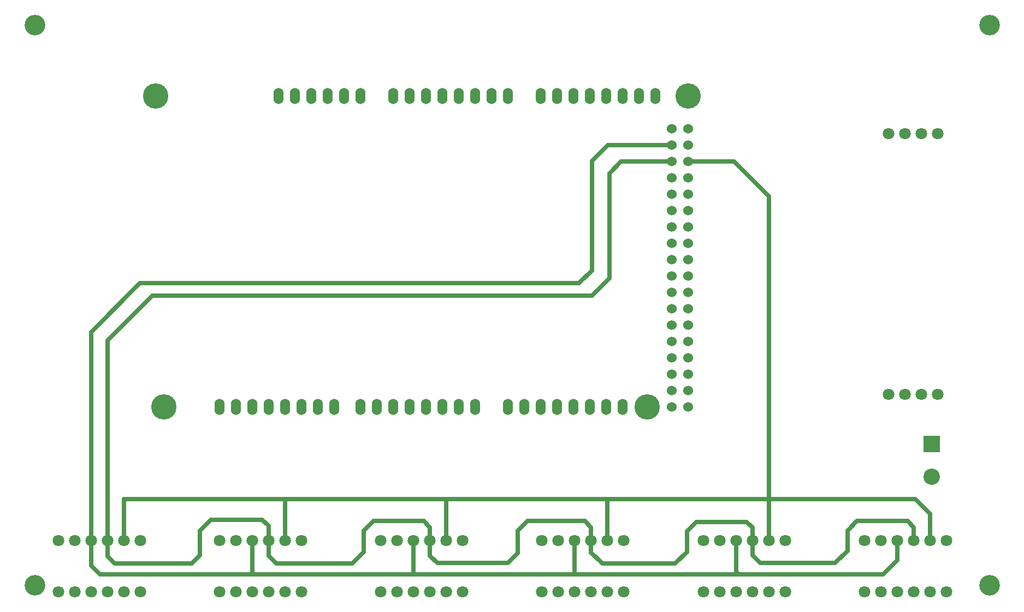
<source format=gbr>
G04 #@! TF.FileFunction,Copper,L2,Bot,Signal*
%FSLAX46Y46*%
G04 Gerber Fmt 4.6, Leading zero omitted, Abs format (unit mm)*
G04 Created by KiCad (PCBNEW 4.0.1-3.201512221402+6198~38~ubuntu14.04.1-stable) date mar 09 feb 2016 12:07:44 CST*
%MOMM*%
G01*
G04 APERTURE LIST*
%ADD10C,0.100000*%
%ADD11C,3.200000*%
%ADD12O,1.524000X2.540000*%
%ADD13C,3.937000*%
%ADD14C,1.524000*%
%ADD15C,1.800000*%
%ADD16R,2.540000X2.540000*%
%ADD17C,2.540000*%
%ADD18C,0.700000*%
G04 APERTURE END LIST*
D10*
D11*
X226400000Y-140800000D03*
X226400000Y-53800000D03*
X78400000Y-53800000D03*
D12*
X151740000Y-113100000D03*
X154280000Y-113100000D03*
X156820000Y-113100000D03*
X159360000Y-113100000D03*
X161900000Y-113100000D03*
X164440000Y-113100000D03*
X166980000Y-113100000D03*
X169520000Y-113100000D03*
X174600000Y-64840000D03*
X172060000Y-64840000D03*
X169520000Y-64840000D03*
X166980000Y-64840000D03*
X156820000Y-64840000D03*
X151740000Y-64840000D03*
X149200000Y-64840000D03*
X159360000Y-64840000D03*
X161900000Y-64840000D03*
X164440000Y-64840000D03*
X146660000Y-64840000D03*
X144120000Y-64840000D03*
X141580000Y-64840000D03*
X133960000Y-64840000D03*
X136500000Y-64840000D03*
X139040000Y-64840000D03*
X128880000Y-64840000D03*
X126340000Y-64840000D03*
X123800000Y-64840000D03*
X118720000Y-64840000D03*
X116180000Y-64840000D03*
X146660000Y-113100000D03*
X144120000Y-113100000D03*
X141580000Y-113100000D03*
X139040000Y-113100000D03*
X136500000Y-113100000D03*
X133960000Y-113100000D03*
X131420000Y-113100000D03*
X128880000Y-113100000D03*
X124816000Y-113100000D03*
X122276000Y-113100000D03*
X119736000Y-113100000D03*
X117196000Y-113100000D03*
X114656000Y-113100000D03*
X112116000Y-113100000D03*
X109576000Y-113100000D03*
X107036000Y-113100000D03*
X121260000Y-64840000D03*
D13*
X179680000Y-64840000D03*
X173330000Y-113100000D03*
X98400000Y-113100000D03*
X97130000Y-64840000D03*
D14*
X177140000Y-110560000D03*
X179680000Y-110560000D03*
X177140000Y-108020000D03*
X179680000Y-108020000D03*
X177140000Y-105480000D03*
X179680000Y-105480000D03*
X177140000Y-102940000D03*
X179680000Y-102940000D03*
X177140000Y-113100000D03*
X179680000Y-113100000D03*
X179680000Y-100400000D03*
X177140000Y-100400000D03*
X177140000Y-97860000D03*
X179680000Y-97860000D03*
X177140000Y-95320000D03*
X179680000Y-95320000D03*
X177140000Y-92780000D03*
X179680000Y-92780000D03*
X177140000Y-90240000D03*
X179680000Y-90240000D03*
X177140000Y-87700000D03*
X179680000Y-87700000D03*
X177140000Y-85160000D03*
X179680000Y-85160000D03*
X177140000Y-82620000D03*
X179680000Y-82620000D03*
X177140000Y-80080000D03*
X179680000Y-80080000D03*
X177140000Y-77540000D03*
X179680000Y-77540000D03*
X177140000Y-75000000D03*
X179680000Y-75000000D03*
X177140000Y-72460000D03*
X179680000Y-72460000D03*
X177140000Y-69920000D03*
X179680000Y-69920000D03*
D15*
X210790000Y-111150000D03*
X213330000Y-111150000D03*
X215870000Y-111150000D03*
X218410000Y-111150000D03*
X210790000Y-70650000D03*
X213330000Y-70650000D03*
X215870000Y-70650000D03*
X218410000Y-70650000D03*
X219750000Y-133850000D03*
X217210000Y-133850000D03*
X214670000Y-133850000D03*
X212130000Y-133850000D03*
X209590000Y-133850000D03*
X207050000Y-133850000D03*
X219750000Y-141750000D03*
X217210000Y-141750000D03*
X214670000Y-141750000D03*
X212130000Y-141750000D03*
X209590000Y-141750000D03*
X207050000Y-141750000D03*
X194750000Y-133850000D03*
X192210000Y-133850000D03*
X189670000Y-133850000D03*
X187130000Y-133850000D03*
X184590000Y-133850000D03*
X182050000Y-133850000D03*
X194750000Y-141750000D03*
X192210000Y-141750000D03*
X189670000Y-141750000D03*
X187130000Y-141750000D03*
X184590000Y-141750000D03*
X182050000Y-141750000D03*
X169750000Y-133850000D03*
X167210000Y-133850000D03*
X164670000Y-133850000D03*
X162130000Y-133850000D03*
X159590000Y-133850000D03*
X157050000Y-133850000D03*
X169750000Y-141750000D03*
X167210000Y-141750000D03*
X164670000Y-141750000D03*
X162130000Y-141750000D03*
X159590000Y-141750000D03*
X157050000Y-141750000D03*
X144750000Y-133850000D03*
X142210000Y-133850000D03*
X139670000Y-133850000D03*
X137130000Y-133850000D03*
X134590000Y-133850000D03*
X132050000Y-133850000D03*
X144750000Y-141750000D03*
X142210000Y-141750000D03*
X139670000Y-141750000D03*
X137130000Y-141750000D03*
X134590000Y-141750000D03*
X132050000Y-141750000D03*
X119750000Y-133850000D03*
X117210000Y-133850000D03*
X114670000Y-133850000D03*
X112130000Y-133850000D03*
X109590000Y-133850000D03*
X107050000Y-133850000D03*
X119750000Y-141750000D03*
X117210000Y-141750000D03*
X114670000Y-141750000D03*
X112130000Y-141750000D03*
X109590000Y-141750000D03*
X107050000Y-141750000D03*
X94750000Y-133850000D03*
X92210000Y-133850000D03*
X89670000Y-133850000D03*
X87130000Y-133850000D03*
X84590000Y-133850000D03*
X82050000Y-133850000D03*
X94750000Y-141750000D03*
X92210000Y-141750000D03*
X89670000Y-141750000D03*
X87130000Y-141750000D03*
X84590000Y-141750000D03*
X82050000Y-141750000D03*
D16*
X217430000Y-118810000D03*
D17*
X217430000Y-123890000D03*
D11*
X78400000Y-140800000D03*
D18*
X89670000Y-133850000D02*
X89670000Y-102730000D01*
X89670000Y-102730000D02*
X96600000Y-95800000D01*
X96600000Y-95800000D02*
X164800000Y-95800000D01*
X164800000Y-95800000D02*
X167500000Y-93100000D01*
X169300000Y-75000000D02*
X177140000Y-75000000D01*
X167500000Y-93100000D02*
X167500000Y-76800000D01*
X167500000Y-76800000D02*
X169300000Y-75000000D01*
X213700000Y-130800000D02*
X214670000Y-131770000D01*
X214670000Y-131770000D02*
X214670000Y-133850000D01*
X205900000Y-130800000D02*
X213700000Y-130800000D01*
X204400000Y-132300000D02*
X205900000Y-130800000D01*
X204400000Y-135400000D02*
X204400000Y-132300000D01*
X202500000Y-137300000D02*
X204400000Y-135400000D01*
X190900000Y-137300000D02*
X202500000Y-137300000D01*
X189670000Y-136070000D02*
X190900000Y-137300000D01*
X189670000Y-133850000D02*
X189670000Y-136070000D01*
X188800000Y-130900000D02*
X189670000Y-131770000D01*
X189670000Y-131770000D02*
X189670000Y-133850000D01*
X181000000Y-130900000D02*
X188800000Y-130900000D01*
X179500000Y-132400000D02*
X181000000Y-130900000D01*
X179500000Y-135600000D02*
X179500000Y-132400000D01*
X177700000Y-137400000D02*
X179500000Y-135600000D01*
X166400000Y-137400000D02*
X177700000Y-137400000D01*
X164670000Y-135670000D02*
X166400000Y-137400000D01*
X164670000Y-133850000D02*
X164670000Y-135670000D01*
X163700000Y-130800000D02*
X164670000Y-131770000D01*
X164670000Y-131770000D02*
X164670000Y-133850000D01*
X154800000Y-130800000D02*
X163700000Y-130800000D01*
X153300000Y-132300000D02*
X154800000Y-130800000D01*
X153300000Y-135800000D02*
X153300000Y-132300000D01*
X151800000Y-137300000D02*
X153300000Y-135800000D01*
X140800000Y-137300000D02*
X151800000Y-137300000D01*
X139670000Y-136170000D02*
X140800000Y-137300000D01*
X139670000Y-133850000D02*
X139670000Y-136170000D01*
X138700000Y-130800000D02*
X139670000Y-131770000D01*
X139670000Y-131770000D02*
X139670000Y-133850000D01*
X130900000Y-130800000D02*
X138700000Y-130800000D01*
X129400000Y-132300000D02*
X130900000Y-130800000D01*
X129400000Y-135600000D02*
X129400000Y-132300000D01*
X127600000Y-137400000D02*
X129400000Y-135600000D01*
X115900000Y-137400000D02*
X127600000Y-137400000D01*
X114670000Y-136170000D02*
X115900000Y-137400000D01*
X114670000Y-133850000D02*
X114670000Y-136170000D01*
X113700000Y-130600000D02*
X114670000Y-131570000D01*
X114670000Y-131570000D02*
X114670000Y-133850000D01*
X105700000Y-130600000D02*
X113700000Y-130600000D01*
X104000000Y-132300000D02*
X105700000Y-130600000D01*
X104000000Y-136100000D02*
X104000000Y-132300000D01*
X102700000Y-137400000D02*
X104000000Y-136100000D01*
X90800000Y-137400000D02*
X102700000Y-137400000D01*
X89670000Y-136270000D02*
X90800000Y-137400000D01*
X89670000Y-133850000D02*
X89670000Y-136270000D01*
X192210000Y-84710000D02*
X192210000Y-85500000D01*
X192210000Y-85500000D02*
X192210000Y-127490000D01*
X186800000Y-75000000D02*
X192210000Y-80410000D01*
X192210000Y-80410000D02*
X192210000Y-85500000D01*
X179680000Y-75000000D02*
X186800000Y-75000000D01*
X92210000Y-127400000D02*
X117200000Y-127400000D01*
X117200000Y-127400000D02*
X142300000Y-127400000D01*
X117210000Y-133850000D02*
X117210000Y-127410000D01*
X117210000Y-127410000D02*
X117200000Y-127400000D01*
X142210000Y-127490000D02*
X142300000Y-127400000D01*
X142300000Y-127400000D02*
X167400000Y-127400000D01*
X142210000Y-133850000D02*
X142210000Y-127490000D01*
X167400000Y-127400000D02*
X192300000Y-127400000D01*
X167210000Y-133850000D02*
X167210000Y-127590000D01*
X167210000Y-127590000D02*
X167400000Y-127400000D01*
X192300000Y-127400000D02*
X214900000Y-127400000D01*
X192210000Y-133850000D02*
X192210000Y-127490000D01*
X192210000Y-127490000D02*
X192300000Y-127400000D01*
X214900000Y-127400000D02*
X217210000Y-129710000D01*
X217210000Y-129710000D02*
X217210000Y-133850000D01*
X92210000Y-133850000D02*
X92210000Y-127400000D01*
X87130000Y-133850000D02*
X87130000Y-101470000D01*
X164800000Y-74900000D02*
X167240000Y-72460000D01*
X87130000Y-101470000D02*
X94700000Y-93900000D01*
X162800000Y-93900000D02*
X164800000Y-91900000D01*
X94700000Y-93900000D02*
X162800000Y-93900000D01*
X164800000Y-91900000D02*
X164800000Y-74900000D01*
X167240000Y-72460000D02*
X177140000Y-72460000D01*
X88500000Y-139100000D02*
X112200000Y-139100000D01*
X112200000Y-139100000D02*
X137400000Y-139100000D01*
X112130000Y-133850000D02*
X112130000Y-139030000D01*
X112130000Y-139030000D02*
X112200000Y-139100000D01*
X137400000Y-139100000D02*
X162200000Y-139100000D01*
X137130000Y-133850000D02*
X137130000Y-138830000D01*
X137130000Y-138830000D02*
X137400000Y-139100000D01*
X162200000Y-139100000D02*
X187600000Y-139100000D01*
X162130000Y-133850000D02*
X162130000Y-139030000D01*
X162130000Y-139030000D02*
X162200000Y-139100000D01*
X187600000Y-139100000D02*
X209900000Y-139100000D01*
X187130000Y-133850000D02*
X187130000Y-138630000D01*
X187130000Y-138630000D02*
X187600000Y-139100000D01*
X209900000Y-139100000D02*
X212130000Y-136870000D01*
X212130000Y-136870000D02*
X212130000Y-133850000D01*
X87130000Y-137730000D02*
X88500000Y-139100000D01*
X87130000Y-133850000D02*
X87130000Y-137730000D01*
M02*

</source>
